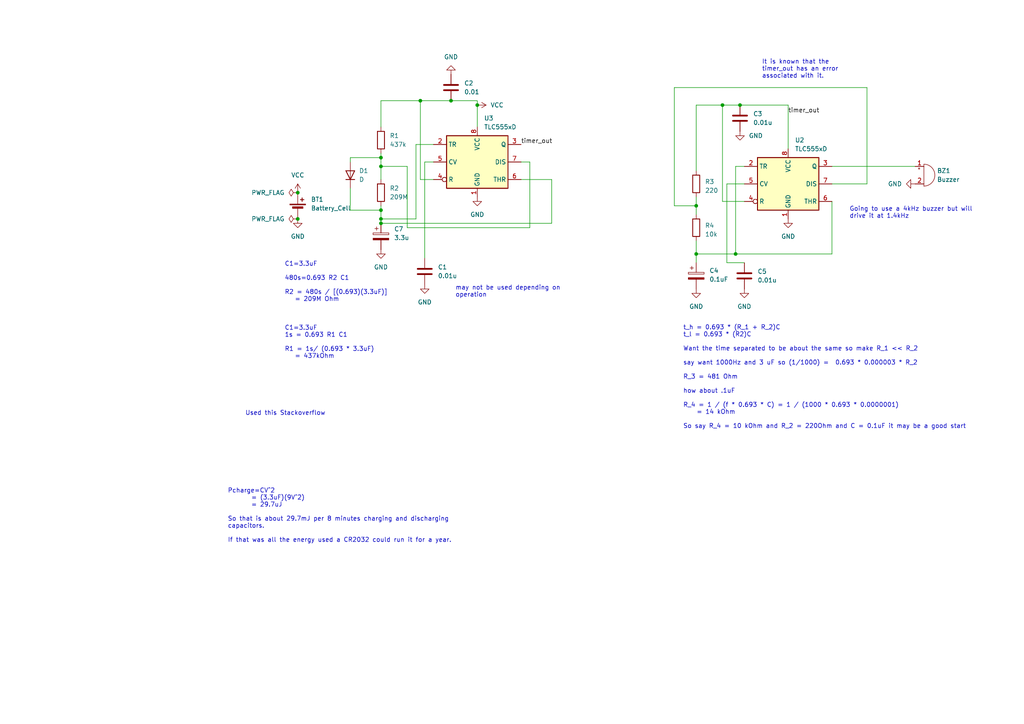
<source format=kicad_sch>
(kicad_sch (version 20230121) (generator eeschema)
  (paper "A4")
  (lib_symbols
    (symbol "Device:Battery_Cell" (pin_numbers hide) (pin_names (offset 0) hide)
      (property "Reference" "BT" (at 2.54 2.54 0))
      (property "Value" "Battery_Cell" (at 2.54 0 0))
      (symbol "Battery_Cell_0_1"
        (rectangle (start -2.286 1.778) (end 2.286 1.524) (fill (type outline)))
        (rectangle (start -1.524 1.016) (end 1.524 0.508) (fill (type outline)))
        (polyline (pts (xy 0 0.762) (xy 0 0)))
        (polyline (pts (xy 0 1.778) (xy 0 2.54)))
        (polyline (pts (xy 0.762 3.048) (xy 1.778 3.048)) (stroke (width 0.254)))
        (polyline (pts (xy 1.27 3.556) (xy 1.27 2.54)) (stroke (width 0.254)))
      )
      (symbol "Battery_Cell_1_1"
        (pin passive line (at 0 5.08 270) (length 2.54) (name "+") (number "1"))
        (pin passive line (at 0 -2.54 90) (length 2.54) (name "-") (number "2"))
      )
    )
    (symbol "Device:Buzzer" (pin_names (offset 0.0254) hide)
      (property "Reference" "BZ" (at 3.81 1.27 0))
      (property "Value" "Buzzer" (at 3.81 -1.27 0))
      (symbol "Buzzer_0_1"
        (arc (start 0 -3.175) (mid 3.1612 0) (end 0 3.175))
        (polyline (pts (xy -1.651 1.905) (xy -1.143 1.905)))
        (polyline (pts (xy -1.397 2.159) (xy -1.397 1.651)))
        (polyline (pts (xy 0 3.175) (xy 0 -3.175)))
      )
      (symbol "Buzzer_1_1"
        (pin passive line (at -2.54 2.54 0) (length 2.54) (name "-") (number "1"))
        (pin passive line (at -2.54 -2.54 0) (length 2.54) (name "+") (number "2"))
      )
    )
    (symbol "Device:C" (pin_numbers hide) (pin_names (offset 0.254))
      (property "Reference" "C" (at 0.635 2.54 0))
      (property "Value" "C" (at 0.635 -2.54 0))
      (symbol "C_0_1"
        (polyline (pts (xy -2.032 -0.762) (xy 2.032 -0.762)) (stroke (width 0.508)))
        (polyline (pts (xy -2.032 0.762) (xy 2.032 0.762)) (stroke (width 0.508)))
      )
      (symbol "C_1_1"
        (pin passive line (at 0 3.81 270) (length 2.794) (name "~") (number "1"))
        (pin passive line (at 0 -3.81 90) (length 2.794) (name "~") (number "2"))
      )
    )
    (symbol "Device:C_Polarized" (pin_numbers hide) (pin_names (offset 0.254))
      (property "Reference" "C" (at 0.635 2.54 0))
      (property "Value" "C_Polarized" (at 0.635 -2.54 0))
      (symbol "C_Polarized_0_1"
        (rectangle (start -2.286 0.508) (end 2.286 1.016))
        (polyline (pts (xy -1.778 2.286) (xy -0.762 2.286)))
        (polyline (pts (xy -1.27 2.794) (xy -1.27 1.778)))
        (rectangle (start 2.286 -0.508) (end -2.286 -1.016) (fill (type outline)))
      )
      (symbol "C_Polarized_1_1"
        (pin passive line (at 0 3.81 270) (length 2.794) (name "~") (number "1"))
        (pin passive line (at 0 -3.81 90) (length 2.794) (name "~") (number "2"))
      )
    )
    (symbol "Device:D" (pin_numbers hide) (pin_names (offset 1.016) hide)
      (property "Reference" "D" (at 0 2.54 0))
      (property "Value" "D" (at 0 -2.54 0))
      (symbol "D_0_1"
        (polyline (pts (xy -1.27 1.27) (xy -1.27 -1.27)) (stroke (width 0.254)))
        (polyline (pts (xy 1.27 0) (xy -1.27 0)))
        (polyline (pts (xy 1.27 1.27) (xy 1.27 -1.27) (xy -1.27 0) (xy 1.27 1.27)) (stroke (width 0.254)))
      )
      (symbol "D_1_1"
        (pin passive line (at -3.81 0 0) (length 2.54) (name "K") (number "1"))
        (pin passive line (at 3.81 0 180) (length 2.54) (name "A") (number "2"))
      )
    )
    (symbol "Device:R" (pin_numbers hide) (pin_names (offset 0))
      (property "Reference" "R" (at 2.032 0 90))
      (property "Value" "R" (at 0 0 90))
      (symbol "R_0_1"
        (rectangle (start -1.016 -2.54) (end 1.016 2.54) (stroke (width 0.254)))
      )
      (symbol "R_1_1"
        (pin passive line (at 0 3.81 270) (length 1.27) (name "~") (number "1"))
        (pin passive line (at 0 -3.81 90) (length 1.27) (name "~") (number "2"))
      )
    )
    (symbol "Timer:TLC555xD"
      (property "Reference" "U" (at -10.16 8.89 0))
      (property "Value" "TLC555xD" (at 2.54 8.89 0))
      (symbol "TLC555xD_0_0"
        (pin power_in line (at 0 -10.16 90) (length 2.54) (name "GND") (number "1"))
        (pin power_in line (at 0 10.16 270) (length 2.54) (name "VCC") (number "8"))
      )
      (symbol "TLC555xD_0_1"
        (rectangle (start -8.89 -7.62) (end 8.89 7.62) (stroke (width 0.254)) (fill (type background)))
        (rectangle (start -8.89 -7.62) (end 8.89 7.62) (stroke (width 0.254)) (fill (type background)))
      )
      (symbol "TLC555xD_1_1"
        (pin input line (at -12.7 5.08 0) (length 3.81) (name "TR") (number "2"))
        (pin output line (at 12.7 5.08 180) (length 3.81) (name "Q") (number "3"))
        (pin input inverted (at -12.7 -5.08 0) (length 3.81) (name "R") (number "4"))
        (pin input line (at -12.7 0 0) (length 3.81) (name "CV") (number "5"))
        (pin input line (at 12.7 -5.08 180) (length 3.81) (name "THR") (number "6"))
        (pin input line (at 12.7 0 180) (length 3.81) (name "DIS") (number "7"))
      )
    )
    (symbol "power:GND" (power) (pin_names (offset 0))
      (property "Value" "GND" (at 0 -3.81 0))
      (symbol "GND_0_1"
        (polyline (pts (xy 0 0) (xy 0 -1.27) (xy 1.27 -1.27) (xy 0 -2.54) (xy -1.27 -1.27) (xy 0 -1.27)))
      )
      (symbol "GND_1_1"
        (pin power_in line (at 0 0 270) (length 0) hide (name "GND") (number "1"))
      )
    )
    (symbol "power:PWR_FLAG" (power) (pin_numbers hide) (pin_names (offset 0) hide)
      (property "Value" "PWR_FLAG" (at 0 3.81 0))
      (symbol "PWR_FLAG_0_0"
        (pin power_out line (at 0 0 90) (length 0) (name "pwr") (number "1"))
      )
      (symbol "PWR_FLAG_0_1"
        (polyline (pts (xy 0 0) (xy 0 1.27) (xy -1.016 1.905) (xy 0 2.54) (xy 1.016 1.905) (xy 0 1.27)))
      )
    )
    (symbol "power:VCC" (power) (pin_names (offset 0))
      (property "Value" "VCC" (at 0 3.81 0))
      (symbol "VCC_0_1"
        (polyline (pts (xy -0.762 1.27) (xy 0 2.54)))
        (polyline (pts (xy 0 0) (xy 0 2.54)))
        (polyline (pts (xy 0 2.54) (xy 0.762 1.27)))
      )
      (symbol "VCC_1_1"
        (pin power_in line (at 0 0 90) (length 0) hide (name "VCC") (number "1"))
      )
    )
  )
  (junction (at 86.36 55.88))
  (junction (at 86.36 63.5))
  (junction (at 110.49 63.5))
  (junction (at 110.49 64.77))
  (junction (at 213.36 73.66))
  (junction (at 110.49 48.26))
  (junction (at 201.93 59.69))
  (junction (at 110.49 45.72))
  (junction (at 201.93 73.66))
  (junction (at 214.63 30.48))
  (junction (at 110.49 60.96))
  (junction (at 138.43 30.48))
  (junction (at 121.92 29.21))
  (junction (at 130.81 29.21))
  (junction (at 209.55 30.48))
  (wire (pts (xy 201.93 30.48) (xy 209.55 30.48)))
  (wire (pts (xy 241.3 53.34) (xy 251.46 53.34)))
  (wire (pts (xy 228.6 30.48) (xy 228.6 43.18)))
  (wire (pts (xy 110.49 60.96) (xy 110.49 63.5)))
  (wire (pts (xy 121.92 29.21) (xy 110.49 29.21)))
  (wire (pts (xy 153.67 66.04) (xy 118.11 66.04)))
  (wire (pts (xy 251.46 53.34) (xy 251.46 25.4)))
  (wire (pts (xy 195.58 25.4) (xy 195.58 59.69)))
  (wire (pts (xy 201.93 59.69) (xy 201.93 62.23)))
  (wire (pts (xy 110.49 44.45) (xy 110.49 45.72)))
  (wire (pts (xy 241.3 73.66) (xy 213.36 73.66)))
  (wire (pts (xy 215.9 53.34) (xy 210.82 53.34)))
  (wire (pts (xy 110.49 64.77) (xy 160.02 64.77)))
  (wire (pts (xy 195.58 25.4) (xy 251.46 25.4)))
  (wire (pts (xy 101.6 45.72) (xy 110.49 45.72)))
  (wire (pts (xy 125.73 52.07) (xy 121.92 52.07)))
  (wire (pts (xy 213.36 73.66) (xy 201.93 73.66)))
  (wire (pts (xy 201.93 49.53) (xy 201.93 30.48)))
  (wire (pts (xy 215.9 58.42) (xy 209.55 58.42)))
  (wire (pts (xy 151.13 46.99) (xy 153.67 46.99)))
  (wire (pts (xy 138.43 30.48) (xy 138.43 29.21)))
  (wire (pts (xy 210.82 76.2) (xy 215.9 76.2)))
  (wire (pts (xy 241.3 48.26) (xy 265.43 48.26)))
  (wire (pts (xy 195.58 59.69) (xy 201.93 59.69)))
  (wire (pts (xy 110.49 48.26) (xy 110.49 52.07)))
  (wire (pts (xy 110.49 63.5) (xy 110.49 64.77)))
  (wire (pts (xy 101.6 60.96) (xy 110.49 60.96)))
  (wire (pts (xy 110.49 45.72) (xy 110.49 48.26)))
  (wire (pts (xy 121.92 29.21) (xy 130.81 29.21)))
  (wire (pts (xy 110.49 59.69) (xy 110.49 60.96)))
  (wire (pts (xy 215.9 48.26) (xy 213.36 48.26)))
  (wire (pts (xy 118.11 48.26) (xy 110.49 48.26)))
  (wire (pts (xy 101.6 54.61) (xy 101.6 60.96)))
  (wire (pts (xy 120.65 41.91) (xy 120.65 63.5)))
  (wire (pts (xy 214.63 30.48) (xy 228.6 30.48)))
  (wire (pts (xy 153.67 46.99) (xy 153.67 66.04)))
  (wire (pts (xy 213.36 48.26) (xy 213.36 73.66)))
  (wire (pts (xy 201.93 57.15) (xy 201.93 59.69)))
  (wire (pts (xy 160.02 52.07) (xy 160.02 64.77)))
  (wire (pts (xy 201.93 69.85) (xy 201.93 73.66)))
  (wire (pts (xy 123.19 46.99) (xy 123.19 74.93)))
  (wire (pts (xy 110.49 29.21) (xy 110.49 36.83)))
  (wire (pts (xy 201.93 73.66) (xy 201.93 76.2)))
  (wire (pts (xy 125.73 41.91) (xy 120.65 41.91)))
  (wire (pts (xy 101.6 46.99) (xy 101.6 45.72)))
  (wire (pts (xy 118.11 66.04) (xy 118.11 48.26)))
  (wire (pts (xy 241.3 58.42) (xy 241.3 73.66)))
  (wire (pts (xy 210.82 53.34) (xy 210.82 76.2)))
  (wire (pts (xy 209.55 58.42) (xy 209.55 30.48)))
  (wire (pts (xy 209.55 30.48) (xy 214.63 30.48)))
  (wire (pts (xy 138.43 36.83) (xy 138.43 30.48)))
  (wire (pts (xy 130.81 29.21) (xy 138.43 29.21)))
  (wire (pts (xy 151.13 52.07) (xy 160.02 52.07)))
  (wire (pts (xy 120.65 63.5) (xy 110.49 63.5)))
  (wire (pts (xy 121.92 29.21) (xy 121.92 52.07)))
  (wire (pts (xy 125.73 46.99) (xy 123.19 46.99)))
  (text "C1=3.3uF\n\n480s=0.693 R2 C1\n\nR2 = 480s / [(0.693)(3.3uF)]\n   = 209M Ohm\n" (at 82.55 87.63 0) (effects (font (size 1.27 1.27)) (justify left bottom)))
  (text "C1=3.3uF\n1s = 0.693 R1 C1\n\nR1 = 1s/ (0.693 * 3.3uF)\n   = 437kOhm" (at 82.55 104.14 0) (effects (font (size 1.27 1.27)) (justify left bottom)))
  (text "Used this Stackoverflow" (at 71.12 120.65 0) (effects (font (size 1.27 1.27)) (justify left bottom)))
  (text "It is known that the\ntimer_out has an error\nassociated with it. \n" (at 220.98 22.86 0) (effects (font (size 1.27 1.27)) (justify left bottom)))
  (text "may not be used depending on\noperation" (at 132.08 86.36 0) (effects (font (size 1.27 1.27)) (justify left bottom)))
  (text "Going to use a 4kHz buzzer but will\ndrive it at 1.4kHz" (at 246.38 63.5 0) (effects (font (size 1.27 1.27)) (justify left bottom)))
  (text "t_h = 0.693 * (R_1 + R_2)C\nt_l = 0.693 * (R2)C\n\nWant the time separated to be about the same so make R_1 << R_2\n\nsay want 1000Hz and 3 uF so (1/1000) =  0.693 * 0.000003 * R_2\n\nR_3 = 481 Ohm\n\nhow about .1uF\n\nR_4 = 1 / (f * 0.693 * C) = 1 / (1000 * 0.693 * 0.0000001)\n    = 14 kOhm\n\nSo say R_4 = 10 kOhm and R_2 = 220Ohm and C = 0.1uF it may be a good start" (at 198.12 124.46 0) (effects (font (size 1.27 1.27)) (justify left bottom)))
  (text "Pcharge=CV^2\n       = (3.3uF)(9V^2)\n       = 29.7uJ\n\nSo that is about 29.7mJ per 8 minutes charging and discharging \ncapacitors. \n\nIf that was all the energy used a CR2032 could run it for a year." (at 66.04 157.48 0) (effects (font (size 1.27 1.27)) (justify left bottom)))
  (label "timer_out" (at 228.6 33.02 0))
  (label "timer_out" (at 151.13 41.91 0))
  (symbol (lib_id "power:GND") (at 130.81 21.59 180) (unit 1)
    (property "Reference" "#PWR03" (effects hide))
    (property "Value" "GND" (at 130.81 16.51 0))
  )
  (symbol (lib_id "Device:D") (at 101.6 50.8 90) (unit 1)
    (property "Reference" "D1" (at 104.14 49.53 90) (effects (justify right)))
    (property "Value" "D" (at 104.14 52.07 90) (effects (justify right)))
    (property "Footprint" "Diode_THT:D_A-405_P7.62mm_Horizontal" (effects hide))
    (property "Sim.Device" "D" (effects hide))
    (property "Sim.Pins" "1=K 2=A" (effects hide))
  )
  (symbol (lib_id "Timer:TLC555xD") (at 228.6 53.34 0) (unit 1)
    (property "Reference" "U2" (at 230.5559 40.64 0) (effects (justify left)))
    (property "Value" "TLC555xD" (at 230.5559 43.18 0) (effects (justify left)))
    (property "Footprint" "Package_SO:SOIC-8_3.9x4.9mm_P1.27mm" (effects hide))
    (property "Datasheet" "http://www.ti.com/lit/ds/symlink/tlc555.pdf" (effects hide))
  )
  (symbol (lib_id "Device:C") (at 130.81 25.4 0) (unit 1)
    (property "Reference" "C2" (at 134.62 24.13 0) (effects (justify left)))
    (property "Value" "0.01" (at 134.62 26.67 0) (effects (justify left)))
    (property "Footprint" "Capacitor_SMD:C_0805_2012Metric_Pad1.18x1.45mm_HandSolder" (effects hide))
  )
  (symbol (lib_id "Device:R") (at 110.49 40.64 0) (unit 1)
    (property "Reference" "R1" (at 113.03 39.37 0) (effects (justify left)))
    (property "Value" "437k" (at 113.03 41.91 0) (effects (justify left)))
    (property "Footprint" "Resistor_SMD:R_0805_2012Metric_Pad1.20x1.40mm_HandSolder" (effects hide))
  )
  (symbol (lib_id "Device:C") (at 214.63 34.29 0) (unit 1)
    (property "Reference" "C3" (at 218.44 33.02 0) (effects (justify left)))
    (property "Value" "0.01u" (at 218.44 35.56 0) (effects (justify left)))
    (property "Footprint" "Capacitor_SMD:C_0805_2012Metric_Pad1.18x1.45mm_HandSolder" (effects hide))
  )
  (symbol (lib_id "power:PWR_FLAG") (at 86.36 55.88 90) (unit 1)
    (property "Reference" "#FLG01" (effects hide))
    (property "Value" "PWR_FLAG" (at 82.55 55.88 90) (effects (justify left)))
  )
  (symbol (lib_id "power:GND") (at 201.93 83.82 0) (unit 1)
    (property "Reference" "#PWR05" (effects hide))
    (property "Value" "GND" (at 201.93 88.9 0))
  )
  (symbol (lib_id "Timer:TLC555xD") (at 138.43 46.99 0) (unit 1)
    (property "Reference" "U3" (at 140.3859 34.29 0) (effects (justify left)))
    (property "Value" "TLC555xD" (at 140.3859 36.83 0) (effects (justify left)))
    (property "Footprint" "Package_SO:SOIC-8_3.9x4.9mm_P1.27mm" (effects hide))
    (property "Datasheet" "http://www.ti.com/lit/ds/symlink/tlc555.pdf" (effects hide))
  )
  (symbol (lib_id "Device:C_Polarized") (at 110.49 68.58 0) (unit 1)
    (property "Reference" "C7" (at 114.3 66.421 0) (effects (justify left)))
    (property "Value" "3.3u" (at 114.3 68.961 0) (effects (justify left)))
    (property "Footprint" "Capacitor_THT:CP_Radial_D8.0mm_P3.50mm" (effects hide))
  )
  (symbol (lib_id "power:GND") (at 228.6 63.5 0) (unit 1)
    (property "Reference" "#PWR08" (effects hide))
    (property "Value" "GND" (at 228.6 68.58 0))
  )
  (symbol (lib_id "Device:C") (at 215.9 80.01 0) (unit 1)
    (property "Reference" "C5" (at 219.71 78.74 0) (effects (justify left)))
    (property "Value" "0.01u" (at 219.71 81.28 0) (effects (justify left)))
    (property "Footprint" "Capacitor_SMD:C_0805_2012Metric_Pad1.18x1.45mm_HandSolder" (effects hide))
  )
  (symbol (lib_id "power:GND") (at 86.36 63.5 0) (unit 1)
    (property "Reference" "#PWR010" (effects hide))
    (property "Value" "GND" (at 86.36 68.58 0))
  )
  (symbol (lib_id "Device:Buzzer") (at 267.97 50.8 0) (unit 1)
    (property "Reference" "BZ1" (at 271.78 49.53 0) (effects (justify left)))
    (property "Value" "Buzzer" (at 271.78 52.07 0) (effects (justify left)))
    (property "Footprint" "Buzzer_Beeper:Buzzer_TDK_PS1240P02BT_D12.2mm_H6.5mm" (effects hide))
  )
  (symbol (lib_id "power:VCC") (at 138.43 30.48 270) (unit 1)
    (property "Reference" "#PWR07" (effects hide))
    (property "Value" "VCC" (at 142.24 30.48 90) (effects (justify left)))
  )
  (symbol (lib_id "Device:Battery_Cell") (at 86.36 60.96 0) (unit 1)
    (property "Reference" "BT1" (at 90.17 57.8485 0) (effects (justify left)))
    (property "Value" "Battery_Cell" (at 90.17 60.3885 0) (effects (justify left)))
    (property "Footprint" "custom_modules:1066" (effects hide))
  )
  (symbol (lib_id "power:GND") (at 110.49 72.39 0) (unit 1)
    (property "Reference" "#PWR01" (effects hide))
    (property "Value" "GND" (at 110.49 77.47 0))
  )
  (symbol (lib_id "Device:R") (at 201.93 66.04 0) (unit 1)
    (property "Reference" "R4" (at 204.47 65.405 0) (effects (justify left)))
    (property "Value" "10k" (at 204.47 67.945 0) (effects (justify left)))
    (property "Footprint" "Resistor_SMD:R_0805_2012Metric_Pad1.20x1.40mm_HandSolder" (effects hide))
  )
  (symbol (lib_id "power:GND") (at 214.63 38.1 0) (unit 1)
    (property "Reference" "#PWR06" (effects hide))
    (property "Value" "GND" (at 217.17 39.37 0) (effects (justify left)))
  )
  (symbol (lib_id "Device:R") (at 201.93 53.34 0) (unit 1)
    (property "Reference" "R3" (at 204.47 52.705 0) (effects (justify left)))
    (property "Value" "220" (at 204.47 55.245 0) (effects (justify left)))
    (property "Footprint" "Resistor_SMD:R_0805_2012Metric_Pad1.20x1.40mm_HandSolder" (effects hide))
  )
  (symbol (lib_id "Device:C") (at 123.19 78.74 0) (unit 1)
    (property "Reference" "C1" (at 127 77.47 0) (effects (justify left)))
    (property "Value" "0.01u" (at 127 80.01 0) (effects (justify left)))
    (property "Footprint" "Capacitor_SMD:C_0805_2012Metric_Pad1.18x1.45mm_HandSolder" (effects hide))
  )
  (symbol (lib_id "power:GND") (at 123.19 82.55 0) (unit 1)
    (property "Reference" "#PWR04" (effects hide))
    (property "Value" "GND" (at 123.19 87.63 0))
  )
  (symbol (lib_id "Device:R") (at 110.49 55.88 0) (unit 1)
    (property "Reference" "R2" (at 113.03 54.61 0) (effects (justify left)))
    (property "Value" "209M" (at 113.03 57.15 0) (effects (justify left)))
    (property "Footprint" "Resistor_SMD:R_0805_2012Metric_Pad1.20x1.40mm_HandSolder" (effects hide))
  )
  (symbol (lib_id "power:GND") (at 215.9 83.82 0) (unit 1)
    (property "Reference" "#PWR012" (effects hide))
    (property "Value" "GND" (at 215.9 88.9 0))
  )
  (symbol (lib_id "power:PWR_FLAG") (at 86.36 63.5 90) (unit 1)
    (property "Reference" "#FLG02" (effects hide))
    (property "Value" "PWR_FLAG" (at 82.55 63.5 90) (effects (justify left)))
  )
  (symbol (lib_id "power:VCC") (at 86.36 55.88 0) (unit 1)
    (property "Reference" "#PWR09" (effects hide))
    (property "Value" "VCC" (at 86.36 50.8 0))
  )
  (symbol (lib_id "Device:C_Polarized") (at 201.93 80.01 0) (unit 1)
    (property "Reference" "C4" (at 205.74 78.486 0) (effects (justify left)))
    (property "Value" "0.1uF" (at 205.74 81.026 0) (effects (justify left)))
    (property "Footprint" "Capacitor_THT:CP_Radial_D5.0mm_P2.00mm" (effects hide))
  )
  (symbol (lib_id "power:GND") (at 138.43 57.15 0) (unit 1)
    (property "Reference" "#PWR02" (effects hide))
    (property "Value" "GND" (at 138.43 62.23 0))
  )
  (symbol (lib_id "power:GND") (at 265.43 53.34 270) (unit 1)
    (property "Reference" "#PWR011" (effects hide))
    (property "Value" "GND" (at 261.62 53.34 90) (effects (justify right)))
  )
)
</source>
